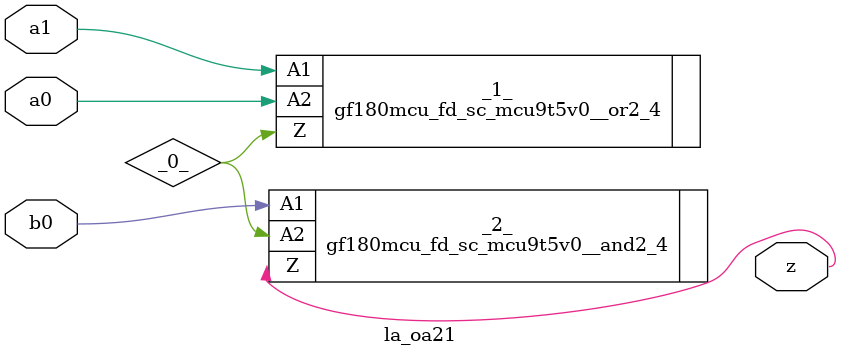
<source format=v>

/* Generated by Yosys 0.44 (git sha1 80ba43d26, g++ 11.4.0-1ubuntu1~22.04 -fPIC -O3) */

(* top =  1  *)
(* src = "generated" *)
(* keep_hierarchy *)
module la_oa21 (
    a0,
    a1,
    b0,
    z
);
  wire _0_;
  (* src = "generated" *)
  input a0;
  wire a0;
  (* src = "generated" *)
  input a1;
  wire a1;
  (* src = "generated" *)
  input b0;
  wire b0;
  (* src = "generated" *)
  output z;
  wire z;
  gf180mcu_fd_sc_mcu9t5v0__or2_4 _1_ (
      .A1(a1),
      .A2(a0),
      .Z (_0_)
  );
  gf180mcu_fd_sc_mcu9t5v0__and2_4 _2_ (
      .A1(b0),
      .A2(_0_),
      .Z (z)
  );
endmodule

</source>
